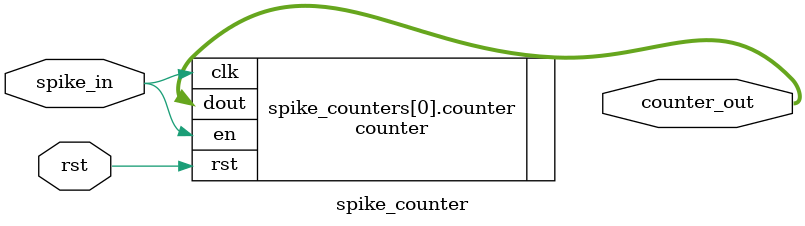
<source format=sv>
`timescale 1ns / 1ps
module spike_counter
#(
    parameter NUM_INPUTS=1,
    parameter COUNTER_SIZE=4
)
(
    input wire [NUM_INPUTS-1:0] spike_in,
    input wire rst,
    output wire [(NUM_INPUTS*COUNTER_SIZE) - 1 : 0] counter_out
);

genvar i;
generate
for (i=0; i<NUM_INPUTS; i=i+1) begin : spike_counters
    counter 
    #(
        .DATA_WIDTH(COUNTER_SIZE)
    )
    counter (
        .clk(spike_in[i]),
        .rst(rst),
        .en(spike_in[i]),
        .dout(counter_out[((i+1)*COUNTER_SIZE)-1:(i*COUNTER_SIZE)])
    );
end 
endgenerate


endmodule
</source>
